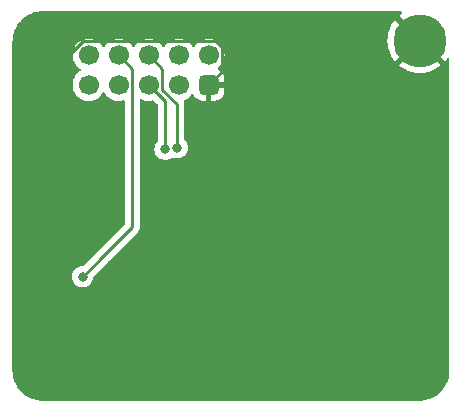
<source format=gbr>
%TF.GenerationSoftware,KiCad,Pcbnew,7.0.1-0*%
%TF.CreationDate,2023-08-23T15:05:40+02:00*%
%TF.ProjectId,ESP32SomfyPOE_bottom,45535033-3253-46f6-9d66-79504f455f62,rev?*%
%TF.SameCoordinates,Original*%
%TF.FileFunction,Copper,L1,Top*%
%TF.FilePolarity,Positive*%
%FSLAX46Y46*%
G04 Gerber Fmt 4.6, Leading zero omitted, Abs format (unit mm)*
G04 Created by KiCad (PCBNEW 7.0.1-0) date 2023-08-23 15:05:40*
%MOMM*%
%LPD*%
G01*
G04 APERTURE LIST*
G04 Aperture macros list*
%AMRoundRect*
0 Rectangle with rounded corners*
0 $1 Rounding radius*
0 $2 $3 $4 $5 $6 $7 $8 $9 X,Y pos of 4 corners*
0 Add a 4 corners polygon primitive as box body*
4,1,4,$2,$3,$4,$5,$6,$7,$8,$9,$2,$3,0*
0 Add four circle primitives for the rounded corners*
1,1,$1+$1,$2,$3*
1,1,$1+$1,$4,$5*
1,1,$1+$1,$6,$7*
1,1,$1+$1,$8,$9*
0 Add four rect primitives between the rounded corners*
20,1,$1+$1,$2,$3,$4,$5,0*
20,1,$1+$1,$4,$5,$6,$7,0*
20,1,$1+$1,$6,$7,$8,$9,0*
20,1,$1+$1,$8,$9,$2,$3,0*%
G04 Aperture macros list end*
%TA.AperFunction,ComponentPad*%
%ADD10C,4.500000*%
%TD*%
%TA.AperFunction,ComponentPad*%
%ADD11C,1.700000*%
%TD*%
%TA.AperFunction,ComponentPad*%
%ADD12RoundRect,0.425000X-0.425000X0.425000X-0.425000X-0.425000X0.425000X-0.425000X0.425000X0.425000X0*%
%TD*%
%TA.AperFunction,ViaPad*%
%ADD13C,0.800000*%
%TD*%
%TA.AperFunction,Conductor*%
%ADD14C,0.250000*%
%TD*%
G04 APERTURE END LIST*
D10*
%TO.P,H1,1,1*%
%TO.N,GND*%
X119500000Y-65850000D03*
%TD*%
D11*
%TO.P,UEXT,1,3V3*%
%TO.N,+3V3*%
X101600000Y-67056000D03*
D12*
%TO.P,UEXT,2,GND*%
%TO.N,GND*%
X101600000Y-69596000D03*
D11*
%TO.P,UEXT,3,TXD*%
%TO.N,GPIO4*%
X99060000Y-67056000D03*
%TO.P,UEXT,4,RXD*%
%TO.N,GPI36*%
X99060000Y-69596000D03*
%TO.P,UEXT,5,SCL*%
%TO.N,GPIO16*%
X96520000Y-67056000D03*
%TO.P,UEXT,6,SDA*%
%TO.N,GPIO13*%
X96520000Y-69596000D03*
%TO.P,UEXT,7,MISO*%
%TO.N,GPIO15*%
X93980000Y-67056000D03*
%TO.P,UEXT,8,MOSI*%
%TO.N,GPIO2*%
X93980000Y-69596000D03*
%TO.P,UEXT,9,SCK*%
%TO.N,GPIO14*%
X91440000Y-67056000D03*
%TO.P,UEXT,10,~{SSEL}*%
%TO.N,GPIO5*%
X91440000Y-69596000D03*
%TD*%
D13*
%TO.N,GND*%
X92583000Y-81788000D03*
X96774000Y-77724000D03*
X117475000Y-71501000D03*
X89662000Y-87503000D03*
X113538000Y-88773000D03*
X92329000Y-74295000D03*
X118745000Y-71501000D03*
X95250000Y-87376000D03*
X112268000Y-88773000D03*
X86398500Y-73914000D03*
X112268000Y-87503000D03*
X118745000Y-72771000D03*
X96520000Y-87376000D03*
X95250000Y-88646000D03*
X113538000Y-87503000D03*
X117475000Y-72771000D03*
X96520000Y-88646000D03*
%TO.N,GPIO15*%
X90934208Y-85854208D03*
%TO.N,GPIO16*%
X98933000Y-74930000D03*
%TO.N,GPIO13*%
X97920604Y-75060604D03*
%TD*%
D14*
%TO.N,GND*%
X102775000Y-66453000D02*
X102775000Y-68421000D01*
X102203000Y-65881000D02*
X102775000Y-66453000D01*
X86398500Y-73914000D02*
X86398500Y-70435799D01*
X90953299Y-65881000D02*
X102203000Y-65881000D01*
X86398500Y-70435799D02*
X90953299Y-65881000D01*
X102775000Y-68421000D02*
X101600000Y-69596000D01*
%TO.N,GPIO15*%
X92615000Y-84173416D02*
X92615000Y-84169000D01*
X90934208Y-85854208D02*
X92615000Y-84173416D01*
X95155000Y-81629000D02*
X95155000Y-68231000D01*
X92615000Y-84169000D02*
X95155000Y-81629000D01*
X95155000Y-68231000D02*
X93980000Y-67056000D01*
%TO.N,GPIO16*%
X97695000Y-70009000D02*
X97695000Y-68231000D01*
X98933000Y-71247000D02*
X97695000Y-70009000D01*
X97695000Y-68231000D02*
X96520000Y-67056000D01*
X98933000Y-74930000D02*
X98933000Y-71247000D01*
%TO.N,GPIO13*%
X97920604Y-70996604D02*
X96520000Y-69596000D01*
X97920604Y-75060604D02*
X97920604Y-70996604D01*
%TD*%
%TA.AperFunction,Conductor*%
%TO.N,GND*%
G36*
X117930595Y-63369986D02*
G01*
X117975912Y-63414759D01*
X117993019Y-63476123D01*
X117977401Y-63537883D01*
X117939889Y-63576779D01*
X117940871Y-63578032D01*
X117739416Y-63735861D01*
X117739416Y-63735862D01*
X119500000Y-65496447D01*
X121614136Y-67610582D01*
X121614137Y-67610582D01*
X121767343Y-67415030D01*
X121769384Y-67411655D01*
X121771854Y-67409272D01*
X121771967Y-67409129D01*
X121771987Y-67409144D01*
X121815239Y-67367434D01*
X121876999Y-67351815D01*
X121938363Y-67368922D01*
X121983136Y-67414239D01*
X121999500Y-67475806D01*
X121999500Y-93741894D01*
X121996378Y-93757589D01*
X121996378Y-93793399D01*
X121996183Y-93800351D01*
X121982391Y-94045960D01*
X121982278Y-94047743D01*
X121979897Y-94081458D01*
X121978453Y-94093493D01*
X121955617Y-94227902D01*
X121955338Y-94229483D01*
X121928601Y-94375389D01*
X121925786Y-94387366D01*
X121887463Y-94520388D01*
X121886695Y-94522950D01*
X121843853Y-94660438D01*
X121840028Y-94671000D01*
X121786400Y-94800471D01*
X121784915Y-94803910D01*
X121726517Y-94933665D01*
X121721969Y-94942755D01*
X121653765Y-95066160D01*
X121651355Y-95070328D01*
X121578182Y-95191374D01*
X121573194Y-95198980D01*
X121491345Y-95314337D01*
X121487825Y-95319055D01*
X121400845Y-95430076D01*
X121395695Y-95436230D01*
X121301307Y-95541850D01*
X121296528Y-95546904D01*
X121196904Y-95646528D01*
X121191850Y-95651307D01*
X121086230Y-95745695D01*
X121080076Y-95750845D01*
X120969055Y-95837825D01*
X120964337Y-95841345D01*
X120848980Y-95923194D01*
X120841374Y-95928182D01*
X120720328Y-96001355D01*
X120716160Y-96003765D01*
X120592755Y-96071969D01*
X120583665Y-96076517D01*
X120453910Y-96134915D01*
X120450471Y-96136400D01*
X120321000Y-96190028D01*
X120310438Y-96193853D01*
X120172950Y-96236695D01*
X120170388Y-96237463D01*
X120037366Y-96275786D01*
X120025389Y-96278601D01*
X119879483Y-96305338D01*
X119877902Y-96305617D01*
X119745666Y-96328084D01*
X119732382Y-96329610D01*
X119562534Y-96339882D01*
X119562001Y-96339913D01*
X119457268Y-96345794D01*
X119450349Y-96346183D01*
X119443399Y-96346378D01*
X87553482Y-96346378D01*
X87546528Y-96346183D01*
X87434742Y-96339904D01*
X87434210Y-96339873D01*
X87264507Y-96329609D01*
X87251222Y-96328083D01*
X87118953Y-96305609D01*
X87117372Y-96305330D01*
X86971487Y-96278595D01*
X86959511Y-96275780D01*
X86826512Y-96237463D01*
X86823949Y-96236694D01*
X86686438Y-96193843D01*
X86675877Y-96190019D01*
X86546441Y-96136406D01*
X86543001Y-96134920D01*
X86413215Y-96076507D01*
X86404126Y-96071960D01*
X86280731Y-96003762D01*
X86276562Y-96001351D01*
X86155501Y-95928167D01*
X86147895Y-95923179D01*
X86032550Y-95841336D01*
X86027832Y-95837817D01*
X85916815Y-95750839D01*
X85910662Y-95745689D01*
X85805049Y-95651308D01*
X85799995Y-95646529D01*
X85700352Y-95546886D01*
X85695583Y-95541842D01*
X85647604Y-95488153D01*
X85601203Y-95436229D01*
X85596052Y-95430076D01*
X85509051Y-95319026D01*
X85505544Y-95314323D01*
X85423705Y-95198980D01*
X85418734Y-95191401D01*
X85345529Y-95070304D01*
X85343128Y-95066151D01*
X85274933Y-94942761D01*
X85270385Y-94933671D01*
X85270382Y-94933665D01*
X85211955Y-94803844D01*
X85210499Y-94800471D01*
X85156860Y-94670973D01*
X85153053Y-94660460D01*
X85110190Y-94522904D01*
X85109450Y-94520434D01*
X85071106Y-94387337D01*
X85068298Y-94375389D01*
X85041539Y-94229365D01*
X85041316Y-94228101D01*
X85018808Y-94095623D01*
X85017288Y-94082394D01*
X85007174Y-93915359D01*
X85000694Y-93799958D01*
X85000500Y-93793009D01*
X85000500Y-85854208D01*
X90028748Y-85854208D01*
X90048534Y-86042465D01*
X90107028Y-86222492D01*
X90201674Y-86386424D01*
X90328337Y-86527097D01*
X90481477Y-86638359D01*
X90654405Y-86715352D01*
X90839560Y-86754708D01*
X90839562Y-86754708D01*
X91028854Y-86754708D01*
X91028856Y-86754708D01*
X91152292Y-86728470D01*
X91214011Y-86715352D01*
X91386938Y-86638359D01*
X91540079Y-86527096D01*
X91666741Y-86386424D01*
X91761387Y-86222492D01*
X91819882Y-86042464D01*
X91837530Y-85874549D01*
X91848928Y-85834135D01*
X91873165Y-85799840D01*
X92998789Y-84674216D01*
X93014885Y-84661322D01*
X93016873Y-84659203D01*
X93016877Y-84659202D01*
X93062948Y-84610139D01*
X93065566Y-84607439D01*
X93085120Y-84587887D01*
X93087581Y-84584714D01*
X93095155Y-84575844D01*
X93125062Y-84543998D01*
X93125063Y-84543994D01*
X93130991Y-84537683D01*
X93133669Y-84534919D01*
X95538789Y-82129800D01*
X95554885Y-82116906D01*
X95556873Y-82114787D01*
X95556877Y-82114786D01*
X95602948Y-82065723D01*
X95605566Y-82063023D01*
X95625120Y-82043471D01*
X95627581Y-82040298D01*
X95635156Y-82031427D01*
X95665062Y-81999582D01*
X95674717Y-81982018D01*
X95685394Y-81965764D01*
X95697673Y-81949936D01*
X95715018Y-81909852D01*
X95720160Y-81899356D01*
X95741197Y-81861092D01*
X95746179Y-81841684D01*
X95752481Y-81823280D01*
X95760437Y-81804896D01*
X95767269Y-81761752D01*
X95769633Y-81750338D01*
X95780500Y-81708019D01*
X95780500Y-81687984D01*
X95782027Y-81668585D01*
X95782068Y-81668321D01*
X95785160Y-81648804D01*
X95781050Y-81605325D01*
X95780500Y-81593656D01*
X95780500Y-70935919D01*
X95795786Y-70876276D01*
X95837875Y-70831338D01*
X95896390Y-70812184D01*
X95956905Y-70823537D01*
X96056337Y-70869903D01*
X96284592Y-70931063D01*
X96520000Y-70951659D01*
X96755408Y-70931063D01*
X96855874Y-70904143D01*
X96920059Y-70904143D01*
X96975647Y-70936237D01*
X97258785Y-71219376D01*
X97285665Y-71259604D01*
X97295104Y-71307057D01*
X97295104Y-74361917D01*
X97286868Y-74406355D01*
X97263256Y-74444886D01*
X97230149Y-74481655D01*
X97188068Y-74528390D01*
X97093424Y-74692319D01*
X97034930Y-74872346D01*
X97015144Y-75060603D01*
X97034930Y-75248861D01*
X97093424Y-75428888D01*
X97188070Y-75592820D01*
X97314733Y-75733493D01*
X97467873Y-75844755D01*
X97640801Y-75921748D01*
X97825956Y-75961104D01*
X97825958Y-75961104D01*
X98015250Y-75961104D01*
X98015252Y-75961104D01*
X98138687Y-75934866D01*
X98200407Y-75921748D01*
X98373334Y-75844755D01*
X98467508Y-75776333D01*
X98527429Y-75753332D01*
X98590824Y-75763373D01*
X98644746Y-75787381D01*
X98653199Y-75791145D01*
X98838352Y-75830500D01*
X98838354Y-75830500D01*
X99027646Y-75830500D01*
X99027648Y-75830500D01*
X99151084Y-75804262D01*
X99212803Y-75791144D01*
X99385730Y-75714151D01*
X99538871Y-75602888D01*
X99665533Y-75462216D01*
X99760179Y-75298284D01*
X99818674Y-75118256D01*
X99838460Y-74930000D01*
X99818674Y-74741744D01*
X99760179Y-74561716D01*
X99760179Y-74561715D01*
X99665535Y-74397786D01*
X99633238Y-74361917D01*
X99590347Y-74314282D01*
X99566736Y-74275751D01*
X99558500Y-74231313D01*
X99558500Y-71329740D01*
X99560763Y-71309236D01*
X99558561Y-71239144D01*
X99558500Y-71235250D01*
X99558500Y-71207657D01*
X99558500Y-71207650D01*
X99557995Y-71203653D01*
X99557080Y-71192023D01*
X99555709Y-71148372D01*
X99550119Y-71129134D01*
X99546174Y-71110082D01*
X99543664Y-71090208D01*
X99527578Y-71049581D01*
X99523799Y-71038540D01*
X99510286Y-70992028D01*
X99507585Y-70934056D01*
X99531560Y-70881205D01*
X99576955Y-70845052D01*
X99737830Y-70770035D01*
X99931401Y-70634495D01*
X100098495Y-70467401D01*
X100133979Y-70416723D01*
X100182168Y-70375929D01*
X100244201Y-70364151D01*
X100303992Y-70384447D01*
X100346037Y-70431554D01*
X100394957Y-70527566D01*
X100517324Y-70678675D01*
X100668433Y-70801042D01*
X100841684Y-70889318D01*
X101029501Y-70939643D01*
X101110265Y-70946000D01*
X101350000Y-70946000D01*
X101350000Y-69846000D01*
X101850000Y-69846000D01*
X101850000Y-70946000D01*
X102089735Y-70946000D01*
X102170498Y-70939643D01*
X102358315Y-70889318D01*
X102531566Y-70801042D01*
X102682675Y-70678675D01*
X102805042Y-70527566D01*
X102893318Y-70354315D01*
X102943643Y-70166498D01*
X102950000Y-70085735D01*
X102950000Y-69846000D01*
X101850000Y-69846000D01*
X101350000Y-69846000D01*
X101350000Y-69470000D01*
X101366613Y-69408000D01*
X101412000Y-69362613D01*
X101474000Y-69346000D01*
X102950000Y-69346000D01*
X102950000Y-69106265D01*
X102943643Y-69025501D01*
X102893318Y-68837684D01*
X102805042Y-68664433D01*
X102682675Y-68513324D01*
X102531566Y-68390957D01*
X102435554Y-68342037D01*
X102388447Y-68299992D01*
X102368151Y-68240201D01*
X102379929Y-68178168D01*
X102420723Y-68129979D01*
X102471401Y-68094495D01*
X102601758Y-67964138D01*
X117739416Y-67964138D01*
X117934960Y-68117338D01*
X118219681Y-68289456D01*
X118523053Y-68425994D01*
X118840673Y-68524968D01*
X119167917Y-68584938D01*
X119500000Y-68605026D01*
X119832082Y-68584938D01*
X120159326Y-68524968D01*
X120476946Y-68425994D01*
X120780318Y-68289456D01*
X121065033Y-68117341D01*
X121260582Y-67964137D01*
X121260582Y-67964136D01*
X119500001Y-66203553D01*
X119500000Y-66203553D01*
X117739416Y-67964136D01*
X117739416Y-67964138D01*
X102601758Y-67964138D01*
X102638495Y-67927401D01*
X102774035Y-67733830D01*
X102873903Y-67519663D01*
X102935063Y-67291408D01*
X102955659Y-67056000D01*
X102935063Y-66820592D01*
X102873903Y-66592337D01*
X102774035Y-66378171D01*
X102638495Y-66184599D01*
X102471401Y-66017505D01*
X102277830Y-65881965D01*
X102209281Y-65850000D01*
X116744973Y-65850000D01*
X116765061Y-66182082D01*
X116825031Y-66509326D01*
X116924005Y-66826946D01*
X117060543Y-67130318D01*
X117232657Y-67415033D01*
X117385862Y-67610582D01*
X119146446Y-65850000D01*
X119146446Y-65849998D01*
X117385862Y-64089416D01*
X117385861Y-64089416D01*
X117232657Y-64284966D01*
X117060543Y-64569681D01*
X116924005Y-64873053D01*
X116825031Y-65190673D01*
X116765061Y-65517917D01*
X116744973Y-65850000D01*
X102209281Y-65850000D01*
X102063663Y-65782097D01*
X101980777Y-65759888D01*
X101835407Y-65720936D01*
X101600000Y-65700340D01*
X101364592Y-65720936D01*
X101136336Y-65782097D01*
X100922170Y-65881965D01*
X100728598Y-66017505D01*
X100561505Y-66184598D01*
X100431575Y-66370159D01*
X100387257Y-66409025D01*
X100330000Y-66423036D01*
X100272743Y-66409025D01*
X100228425Y-66370159D01*
X100213449Y-66348771D01*
X100098495Y-66184599D01*
X99931401Y-66017505D01*
X99737830Y-65881965D01*
X99523663Y-65782097D01*
X99440777Y-65759888D01*
X99295407Y-65720936D01*
X99060000Y-65700340D01*
X98824592Y-65720936D01*
X98596336Y-65782097D01*
X98382170Y-65881965D01*
X98188598Y-66017505D01*
X98021505Y-66184598D01*
X97891575Y-66370159D01*
X97847257Y-66409025D01*
X97790000Y-66423036D01*
X97732743Y-66409025D01*
X97688425Y-66370159D01*
X97673449Y-66348771D01*
X97558495Y-66184599D01*
X97391401Y-66017505D01*
X97197830Y-65881965D01*
X96983663Y-65782097D01*
X96900777Y-65759888D01*
X96755407Y-65720936D01*
X96520000Y-65700340D01*
X96284592Y-65720936D01*
X96056336Y-65782097D01*
X95842170Y-65881965D01*
X95648598Y-66017505D01*
X95481505Y-66184598D01*
X95351575Y-66370159D01*
X95307257Y-66409025D01*
X95250000Y-66423036D01*
X95192743Y-66409025D01*
X95148425Y-66370159D01*
X95133449Y-66348771D01*
X95018495Y-66184599D01*
X94851401Y-66017505D01*
X94657830Y-65881965D01*
X94443663Y-65782097D01*
X94360777Y-65759888D01*
X94215407Y-65720936D01*
X93980000Y-65700340D01*
X93744592Y-65720936D01*
X93516336Y-65782097D01*
X93302170Y-65881965D01*
X93108598Y-66017505D01*
X92941505Y-66184598D01*
X92811575Y-66370159D01*
X92767257Y-66409025D01*
X92710000Y-66423036D01*
X92652743Y-66409025D01*
X92608425Y-66370159D01*
X92593449Y-66348771D01*
X92478495Y-66184599D01*
X92311401Y-66017505D01*
X92117830Y-65881965D01*
X91903663Y-65782097D01*
X91820777Y-65759888D01*
X91675407Y-65720936D01*
X91440000Y-65700340D01*
X91204592Y-65720936D01*
X90976336Y-65782097D01*
X90762170Y-65881965D01*
X90568598Y-66017505D01*
X90401505Y-66184598D01*
X90265965Y-66378170D01*
X90166097Y-66592336D01*
X90104936Y-66820592D01*
X90084340Y-67056000D01*
X90104936Y-67291407D01*
X90137849Y-67414239D01*
X90166097Y-67519663D01*
X90265965Y-67733830D01*
X90401505Y-67927401D01*
X90568599Y-68094495D01*
X90754160Y-68224426D01*
X90793024Y-68268743D01*
X90807035Y-68326000D01*
X90793024Y-68383257D01*
X90754159Y-68427575D01*
X90568595Y-68557508D01*
X90401505Y-68724598D01*
X90265965Y-68918170D01*
X90166097Y-69132336D01*
X90104936Y-69360592D01*
X90084340Y-69596000D01*
X90104936Y-69831407D01*
X90149709Y-69998501D01*
X90166097Y-70059663D01*
X90265965Y-70273830D01*
X90401505Y-70467401D01*
X90568599Y-70634495D01*
X90762170Y-70770035D01*
X90976337Y-70869903D01*
X91204592Y-70931063D01*
X91440000Y-70951659D01*
X91675408Y-70931063D01*
X91903663Y-70869903D01*
X92117830Y-70770035D01*
X92311401Y-70634495D01*
X92478495Y-70467401D01*
X92608426Y-70281839D01*
X92652743Y-70242975D01*
X92710000Y-70228964D01*
X92767257Y-70242975D01*
X92811573Y-70281839D01*
X92941505Y-70467401D01*
X93108599Y-70634495D01*
X93302170Y-70770035D01*
X93516337Y-70869903D01*
X93744592Y-70931063D01*
X93980000Y-70951659D01*
X94215408Y-70931063D01*
X94315876Y-70904143D01*
X94373407Y-70888728D01*
X94429691Y-70886886D01*
X94480986Y-70910127D01*
X94516712Y-70953659D01*
X94529500Y-71008503D01*
X94529500Y-81318547D01*
X94520061Y-81366000D01*
X94493181Y-81406228D01*
X92231208Y-83668199D01*
X92215110Y-83681096D01*
X92167096Y-83732225D01*
X92164391Y-83735017D01*
X92144875Y-83754534D01*
X92142411Y-83757710D01*
X92134841Y-83766572D01*
X92099040Y-83804698D01*
X92096327Y-83807497D01*
X90986436Y-84917389D01*
X90946208Y-84944269D01*
X90898755Y-84953708D01*
X90839560Y-84953708D01*
X90654405Y-84993063D01*
X90481477Y-85070056D01*
X90328337Y-85181318D01*
X90201674Y-85321991D01*
X90107028Y-85485923D01*
X90048534Y-85665950D01*
X90028748Y-85854208D01*
X85000500Y-85854208D01*
X85000500Y-65906600D01*
X85000695Y-65899650D01*
X85001688Y-65881964D01*
X85006982Y-65787675D01*
X85017269Y-65617583D01*
X85018788Y-65604363D01*
X85041296Y-65471881D01*
X85041503Y-65470711D01*
X85068279Y-65324594D01*
X85071089Y-65312640D01*
X85109442Y-65179511D01*
X85110144Y-65177170D01*
X85153028Y-65039548D01*
X85156841Y-65029015D01*
X85210535Y-64899382D01*
X85211891Y-64896244D01*
X85270381Y-64766281D01*
X85274887Y-64757276D01*
X85343137Y-64633784D01*
X85345505Y-64629692D01*
X85418709Y-64508595D01*
X85423660Y-64501043D01*
X85505560Y-64385615D01*
X85509029Y-64380965D01*
X85596060Y-64269876D01*
X85601160Y-64263785D01*
X85695571Y-64158138D01*
X85700297Y-64153137D01*
X85800024Y-64053410D01*
X85805022Y-64048686D01*
X85910662Y-63954279D01*
X85916759Y-63949175D01*
X86027869Y-63862125D01*
X86032512Y-63858663D01*
X86147906Y-63776787D01*
X86155474Y-63771823D01*
X86276584Y-63698609D01*
X86280648Y-63696258D01*
X86404146Y-63628003D01*
X86413204Y-63623472D01*
X86542999Y-63565055D01*
X86546296Y-63563630D01*
X86675918Y-63509938D01*
X86686405Y-63506142D01*
X86824116Y-63463229D01*
X86826326Y-63462566D01*
X86959519Y-63424194D01*
X86971476Y-63421383D01*
X87117532Y-63394617D01*
X87118780Y-63394397D01*
X87251223Y-63371894D01*
X87264475Y-63370373D01*
X87437806Y-63359900D01*
X87534007Y-63354497D01*
X87546127Y-63353817D01*
X87553079Y-63353622D01*
X117869028Y-63353622D01*
X117930595Y-63369986D01*
G37*
%TD.AperFunction*%
%TD*%
M02*

</source>
